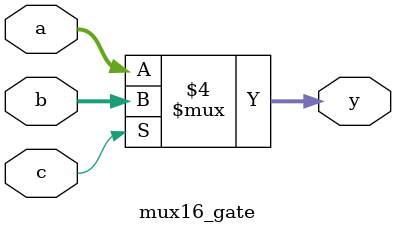
<source format=v>
/*And gate*/

module mux16_gate (
    input wire [15:0] a,
    input wire [15:0] b,
    input wire c,
    output reg [15:0] y
);
    always @(*) begin
        if (c == 0) begin
            y = a;
        end
        else begin
            y = b;
        end
    end

endmodule
</source>
